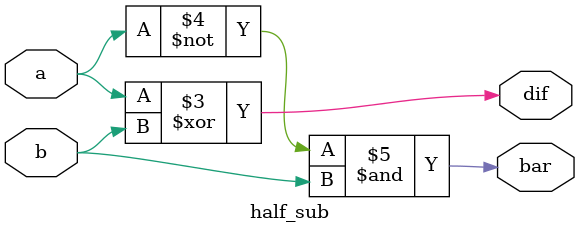
<source format=v>
module half_sub(a,b,dif,bar);
    input a,b;
    output dif,bar;
    assign dif = a^b;
    assign bar = ~a&b;
    endmodule

    // testbench code

    module half_sub_tb();
        reg a,b;
        wire dif,bar;

        half_sub HA(a,b,dif,bar);
        initial 
        repeat (8)
        begin
        a=$random; b=$random; #10;
        end
        initial
        $monitor("a=%b b=%b dif=%b bar=%b",a,b,dif,bar);
        endmodule


</source>
